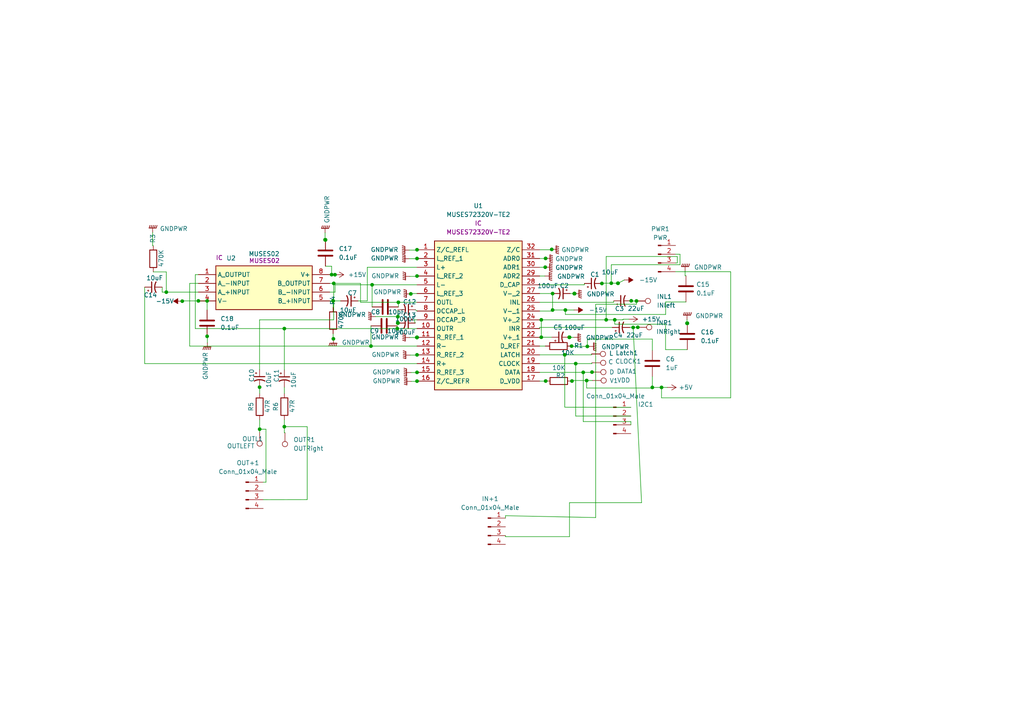
<source format=kicad_sch>
(kicad_sch (version 20211123) (generator eeschema)
  (paper "A4")
  (lib_symbols
    (symbol "Connector:Conn_01x04_Male" (pin_names (offset 1.016) hide)
      (property "Reference" "J" (at 0 5.08 0))
      (property "Value" "Conn_01x04_Male" (at 0 -7.62 0))
      (symbol "Conn_01x04_Male_1_1"
        (polyline (pts (xy 1.27 -5.08) (xy 0.8636 -5.08)) (stroke (width 0.1524)))
        (polyline (pts (xy 1.27 -2.54) (xy 0.8636 -2.54)) (stroke (width 0.1524)))
        (polyline (pts (xy 1.27 0) (xy 0.8636 0)) (stroke (width 0.1524)))
        (polyline (pts (xy 1.27 2.54) (xy 0.8636 2.54)) (stroke (width 0.1524)))
        (rectangle (start 0.8636 -4.953) (end 0 -5.207) (stroke (width 0.1524)) (fill (type outline)))
        (rectangle (start 0.8636 -2.413) (end 0 -2.667) (stroke (width 0.1524)) (fill (type outline)))
        (rectangle (start 0.8636 0.127) (end 0 -0.127) (stroke (width 0.1524)) (fill (type outline)))
        (rectangle (start 0.8636 2.667) (end 0 2.413) (stroke (width 0.1524)) (fill (type outline)))
        (pin passive line (at 5.08 2.54 180) (length 3.81) (name "Pin_1") (number "1"))
        (pin passive line (at 5.08 0 180) (length 3.81) (name "Pin_2") (number "2"))
        (pin passive line (at 5.08 -2.54 180) (length 3.81) (name "Pin_3") (number "3"))
        (pin passive line (at 5.08 -5.08 180) (length 3.81) (name "Pin_4") (number "4"))
      )
    )
    (symbol "Connector:TestPoint" (pin_numbers hide) (pin_names (offset 0.762) hide)
      (property "Reference" "TP" (at 0 6.858 0))
      (property "Value" "TestPoint" (at 0 5.08 0))
      (symbol "TestPoint_0_1"
        (circle (center 0 3.302) (radius 0.762))
      )
      (symbol "TestPoint_1_1"
        (pin passive line (at 0 0 90) (length 2.54) (name "1") (number "1"))
      )
    )
    (symbol "Device:C" (pin_numbers hide) (pin_names (offset 0.254))
      (property "Reference" "C" (at 0.635 2.54 0))
      (property "Value" "C" (at 0.635 -2.54 0))
      (symbol "C_0_1"
        (polyline (pts (xy -2.032 -0.762) (xy 2.032 -0.762)) (stroke (width 0.508)))
        (polyline (pts (xy -2.032 0.762) (xy 2.032 0.762)) (stroke (width 0.508)))
      )
      (symbol "C_1_1"
        (pin passive line (at 0 3.81 270) (length 2.794) (name "~") (number "1"))
        (pin passive line (at 0 -3.81 90) (length 2.794) (name "~") (number "2"))
      )
    )
    (symbol "Device:C_Polarized_Small_US" (pin_numbers hide) (pin_names (offset 0.254) hide)
      (property "Reference" "C" (at 0.254 1.778 0))
      (property "Value" "C_Polarized_Small_US" (at 0.254 -2.032 0))
      (symbol "C_Polarized_Small_US_0_1"
        (polyline (pts (xy -1.524 0.508) (xy 1.524 0.508)) (stroke (width 0.3048)))
        (polyline (pts (xy -1.27 1.524) (xy -0.762 1.524)))
        (polyline (pts (xy -1.016 1.27) (xy -1.016 1.778)))
        (arc (start 1.524 -0.762) (mid 0 -0.3734) (end -1.524 -0.762) (stroke (width 0.3048)))
      )
      (symbol "C_Polarized_Small_US_1_1"
        (pin passive line (at 0 2.54 270) (length 2.032) (name "~") (number "1"))
        (pin passive line (at 0 -2.54 90) (length 2.032) (name "~") (number "2"))
      )
    )
    (symbol "Device:R" (pin_numbers hide) (pin_names (offset 0))
      (property "Reference" "R" (at 2.032 0 90))
      (property "Value" "R" (at 0 0 90))
      (symbol "R_0_1"
        (rectangle (start -1.016 -2.54) (end 1.016 2.54) (stroke (width 0.254)))
      )
      (symbol "R_1_1"
        (pin passive line (at 0 3.81 270) (length 1.27) (name "~") (number "1"))
        (pin passive line (at 0 -3.81 90) (length 1.27) (name "~") (number "2"))
      )
    )
    (symbol "LIB_MUSES02:MUSES02"
      (property "Value" "MUSES02" (at 0 0 0))
      (property "Reference_1" "IC" (at 34.29 7.62 0))
      (property "Value_1" "MUSES02" (at 34.29 5.08 0))
      (symbol "MUSES02_1_1"
        (rectangle (start 5.08 2.54) (end 33.02 -10.16) (stroke (width 0.254)) (fill (type background)))
        (pin passive line (at 0 0 0) (length 5.08) (name "A_OUTPUT") (number "1"))
        (pin passive line (at 0 -2.54 0) (length 5.08) (name "A_-INPUT") (number "2"))
        (pin passive line (at 0 -5.08 0) (length 5.08) (name "A_+INPUT") (number "3"))
        (pin passive line (at 0 -7.62 0) (length 5.08) (name "V-") (number "4"))
        (pin passive line (at 38.1 -7.62 180) (length 5.08) (name "B_+INPUT") (number "5"))
        (pin passive line (at 38.1 -5.08 180) (length 5.08) (name "B_-INPUT") (number "6"))
        (pin passive line (at 38.1 -2.54 180) (length 5.08) (name "B_OUTPUT") (number "7"))
        (pin passive line (at 38.1 0 180) (length 5.08) (name "V+") (number "8"))
      )
    )
    (symbol "MUSES72320V-TE2:MUSES72320V-TE2"
      (property "Value" "MUSES72320V-TE2" (at 0 0 0))
      (property "Reference_1" "IC" (at 31.75 7.62 0))
      (property "Value_1" "MUSES72320V-TE2" (at 31.75 5.08 0))
      (symbol "MUSES72320V-TE2_1_1"
        (rectangle (start 5.08 2.54) (end 30.48 -40.64) (stroke (width 0.254)) (fill (type background)))
        (pin passive line (at 0 0 0) (length 5.08) (name "Z/C_REFL") (number "1"))
        (pin passive line (at 0 -22.86 0) (length 5.08) (name "OUTR") (number "10"))
        (pin passive line (at 0 -25.4 0) (length 5.08) (name "R_REF_1") (number "11"))
        (pin passive line (at 0 -27.94 0) (length 5.08) (name "R-") (number "12"))
        (pin passive line (at 0 -30.48 0) (length 5.08) (name "R_REF_2") (number "13"))
        (pin passive line (at 0 -33.02 0) (length 5.08) (name "R+") (number "14"))
        (pin passive line (at 0 -35.56 0) (length 5.08) (name "R_REF_3") (number "15"))
        (pin passive line (at 0 -38.1 0) (length 5.08) (name "Z/C_REFR") (number "16"))
        (pin passive line (at 35.56 -38.1 180) (length 5.08) (name "D_VDD") (number "17"))
        (pin passive line (at 35.56 -35.56 180) (length 5.08) (name "DATA") (number "18"))
        (pin passive line (at 35.56 -33.02 180) (length 5.08) (name "CLOCK") (number "19"))
        (pin passive line (at 0 -2.54 0) (length 5.08) (name "L_REF_1") (number "2"))
        (pin passive line (at 35.56 -30.48 180) (length 5.08) (name "LATCH") (number "20"))
        (pin passive line (at 35.56 -27.94 180) (length 5.08) (name "D_REF") (number "21"))
        (pin passive line (at 35.56 -25.4 180) (length 5.08) (name "V+_1") (number "22"))
        (pin passive line (at 35.56 -22.86 180) (length 5.08) (name "INR") (number "23"))
        (pin passive line (at 35.56 -20.32 180) (length 5.08) (name "V+_2") (number "24"))
        (pin passive line (at 35.56 -17.78 180) (length 5.08) (name "V-_1") (number "25"))
        (pin passive line (at 35.56 -15.24 180) (length 5.08) (name "INL") (number "26"))
        (pin passive line (at 35.56 -12.7 180) (length 5.08) (name "V-_2") (number "27"))
        (pin passive line (at 35.56 -10.16 180) (length 5.08) (name "D_CAP") (number "28"))
        (pin passive line (at 35.56 -7.62 180) (length 5.08) (name "ADR2") (number "29"))
        (pin passive line (at 0 -5.08 0) (length 5.08) (name "L+") (number "3"))
        (pin passive line (at 35.56 -5.08 180) (length 5.08) (name "ADR1") (number "30"))
        (pin passive line (at 35.56 -2.54 180) (length 5.08) (name "ADR0") (number "31"))
        (pin passive line (at 35.56 0 180) (length 5.08) (name "Z/C") (number "32"))
        (pin passive line (at 0 -7.62 0) (length 5.08) (name "L_REF_2") (number "4"))
        (pin passive line (at 0 -10.16 0) (length 5.08) (name "L-") (number "5"))
        (pin passive line (at 0 -12.7 0) (length 5.08) (name "L_REF_3") (number "6"))
        (pin passive line (at 0 -15.24 0) (length 5.08) (name "OUTL") (number "7"))
        (pin passive line (at 0 -17.78 0) (length 5.08) (name "DCCAP_L") (number "8"))
        (pin passive line (at 0 -20.32 0) (length 5.08) (name "DCCAP_R") (number "9"))
      )
    )
    (symbol "power:+15V" (power) (pin_names (offset 0))
      (property "Value" "+15V" (at 0 3.556 0))
      (symbol "+15V_0_1"
        (polyline (pts (xy -0.762 1.27) (xy 0 2.54)))
        (polyline (pts (xy 0 0) (xy 0 2.54)))
        (polyline (pts (xy 0 2.54) (xy 0.762 1.27)))
      )
      (symbol "+15V_1_1"
        (pin power_in line (at 0 0 90) (length 0) hide (name "+15V") (number "1"))
      )
    )
    (symbol "power:+5V" (power) (pin_names (offset 0))
      (property "Value" "+5V" (at 0 3.556 0))
      (symbol "+5V_0_1"
        (polyline (pts (xy -0.762 1.27) (xy 0 2.54)))
        (polyline (pts (xy 0 0) (xy 0 2.54)))
        (polyline (pts (xy 0 2.54) (xy 0.762 1.27)))
      )
      (symbol "+5V_1_1"
        (pin power_in line (at 0 0 90) (length 0) hide (name "+5V") (number "1"))
      )
    )
    (symbol "power:-15V" (power) (pin_names (offset 0))
      (property "Value" "-15V" (at 0 3.81 0))
      (symbol "-15V_0_0"
        (pin power_in line (at 0 0 90) (length 0) hide (name "-15V") (number "1"))
      )
      (symbol "-15V_0_1"
        (polyline (pts (xy 0 0) (xy 0 1.27) (xy 0.762 1.27) (xy 0 2.54) (xy -0.762 1.27) (xy 0 1.27)) (fill (type outline)))
      )
    )
    (symbol "power:GNDPWR" (power) (pin_names (offset 0))
      (property "Value" "GNDPWR" (at 0 -3.302 0))
      (symbol "GNDPWR_0_1"
        (polyline (pts (xy 0 -1.27) (xy 0 0)))
        (polyline (pts (xy -1.016 -1.27) (xy -1.27 -2.032) (xy -1.27 -2.032)) (stroke (width 0.2032)))
        (polyline (pts (xy -0.508 -1.27) (xy -0.762 -2.032) (xy -0.762 -2.032)) (stroke (width 0.2032)))
        (polyline (pts (xy 0 -1.27) (xy -0.254 -2.032) (xy -0.254 -2.032)) (stroke (width 0.2032)))
        (polyline (pts (xy 0.508 -1.27) (xy 0.254 -2.032) (xy 0.254 -2.032)) (stroke (width 0.2032)))
        (polyline (pts (xy 1.016 -1.27) (xy -1.016 -1.27) (xy -1.016 -1.27)) (stroke (width 0.2032)))
        (polyline (pts (xy 1.016 -1.27) (xy 0.762 -2.032) (xy 0.762 -2.032) (xy 0.762 -2.032)) (stroke (width 0.2032)))
      )
      (symbol "GNDPWR_1_1"
        (pin power_in line (at 0 0 270) (length 0) hide (name "GNDPWR") (number "1"))
      )
    )
  )
  (junction (at 183.0832 87.249))
  (junction (at 191.8716 112.3696))
  (junction (at 166.5986 85.1662))
  (junction (at 158.1404 77.4954))
  (junction (at 179.2224 82.1436))
  (junction (at 171.704 107.9246))
  (junction (at 163.8046 102.9208))
  (junction (at 120.9294 97.8916))
  (junction (at 120.9294 97.8408))
  (junction (at 179.2478 82.169))
  (junction (at 175.8188 92.7608))
  (junction (at 60.071 97.536))
  (junction (at 189.2046 112.3696))
  (junction (at 48.2346 84.7344))
  (junction (at 177.292 82.1436))
  (junction (at 97.155 79.6798))
  (junction (at 94.2848 69.5452))
  (junction (at 120.9548 74.9808))
  (junction (at 156.9974 97.8154))
  (junction (at 169.164 108.0008))
  (junction (at 160.274 89.916))
  (junction (at 115.3668 93.7006))
  (junction (at 199.3392 93.7514))
  (junction (at 115.2144 95.3008))
  (junction (at 119.1514 85.2424))
  (junction (at 57.531 87.2744))
  (junction (at 52.8574 87.3506))
  (junction (at 165.7858 100.3808))
  (junction (at 178.308 92.7608))
  (junction (at 60.071 87.2744))
  (junction (at 170.1546 110.363))
  (junction (at 115.5446 87.6808))
  (junction (at 96.6216 87.2744))
  (junction (at 166.5986 85.1408))
  (junction (at 94.3864 69.5452))
  (junction (at 184.9882 94.9198))
  (junction (at 120.9548 108.0008))
  (junction (at 120.9548 102.9208))
  (junction (at 96.7994 82.1944))
  (junction (at 163.9824 89.916))
  (junction (at 107.9246 82.6008))
  (junction (at 199.263 93.7514))
  (junction (at 165.1508 97.8154))
  (junction (at 115.4176 93.6752))
  (junction (at 170.3578 100.4824))
  (junction (at 115.4176 91.821))
  (junction (at 160.274 85.1408))
  (junction (at 107.5944 100.3808))
  (junction (at 96.1898 79.6544))
  (junction (at 174.5742 82.2198))
  (junction (at 82.4738 95.3008))
  (junction (at 96.6978 98.2726))
  (junction (at 166.624 85.1662))
  (junction (at 120.9548 72.4408))
  (junction (at 75.311 124.4854))
  (junction (at 158.242 74.9554))
  (junction (at 75.2856 112.2934))
  (junction (at 120.9548 97.8408))
  (junction (at 82.4738 123.7488))
  (junction (at 183.642 94.9706))
  (junction (at 165.1254 97.8154))
  (junction (at 158.2674 110.5154))
  (junction (at 165.1508 97.8408))
  (junction (at 120.9548 110.5408))
  (junction (at 184.6072 87.2998))
  (junction (at 115.3668 93.6752))
  (junction (at 160.02 72.3392))
  (junction (at 156.9974 92.7608))
  (junction (at 94.3864 69.596))
  (junction (at 120.9548 80.0608))
  (junction (at 165.8874 110.5154))
  (junction (at 199.3392 93.7768))
  (junction (at 166.9796 105.4608))
  (wire (pts (xy 120.9548 85.1408) (xy 119.1514 85.1408)))
  (wire (pts (xy 118.745 75.0316) (xy 120.9548 75.0316)))
  (wire (pts (xy 182.9816 122.2756) (xy 169.164 122.2756)))
  (wire (pts (xy 178.308 94.0308) (xy 178.308 92.7608)))
  (wire (pts (xy 94.3864 77.216) (xy 96.1898 77.216)))
  (wire (pts (xy 156.5148 110.5408) (xy 158.2674 110.5408)))
  (wire (pts (xy 56.642 95.3008) (xy 56.642 79.6544)))
  (wire (pts (xy 170.8912 100.4824) (xy 170.3578 100.4824)))
  (wire (pts (xy 120.9548 108.0516) (xy 120.9548 108.0008)))
  (wire (pts (xy 97.155 79.6544) (xy 97.155 79.6798)))
  (wire (pts (xy 120.9548 82.6008) (xy 107.9246 82.6008)))
  (wire (pts (xy 97.1804 84.7344) (xy 95.631 84.7344)))
  (wire (pts (xy 75.311 112.2934) (xy 75.2856 112.2934)))
  (wire (pts (xy 193.04 101.3968) (xy 193.04 94.0308)))
  (wire (pts (xy 156.5148 94.9706) (xy 156.5148 95.3008)))
  (wire (pts (xy 82.4738 121.7422) (xy 82.4738 123.7488)))
  (wire (pts (xy 96.6216 87.2744) (xy 98.7806 87.2744)))
  (wire (pts (xy 156.9974 97.8154) (xy 160.0454 97.8154)))
  (wire (pts (xy 96.6216 96.7994) (xy 96.6216 98.2726)))
  (wire (pts (xy 156.9974 92.7608) (xy 175.8188 92.7608)))
  (wire (pts (xy 180.6956 92.583) (xy 180.6956 92.7608)))
  (wire (pts (xy 146.6088 149.5806) (xy 172.7708 150.114)))
  (wire (pts (xy 156.5148 102.9208) (xy 163.8046 102.9208)))
  (wire (pts (xy 182.3974 92.583) (xy 180.6956 92.583)))
  (wire (pts (xy 115.2144 95.3008) (xy 82.4738 95.3008)))
  (wire (pts (xy 119.2022 108.0516) (xy 120.9548 108.0516)))
  (wire (pts (xy 44.2722 71.247) (xy 44.45 71.247)))
  (wire (pts (xy 76.3524 139.8524) (xy 77.1398 139.8524)))
  (wire (pts (xy 156.5148 100.3808) (xy 158.1658 100.3808)))
  (wire (pts (xy 171.577 102.9208) (xy 171.577 102.6668)))
  (wire (pts (xy 166.5986 85.1408) (xy 166.5986 85.1662)))
  (wire (pts (xy 96.6216 87.2744) (xy 96.6216 89.1794)))
  (wire (pts (xy 115.4176 91.821) (xy 115.4176 93.6752)))
  (wire (pts (xy 189.2046 112.3696) (xy 189.2046 112.5474)))
  (wire (pts (xy 89.1032 123.7488) (xy 89.1032 144.907)))
  (wire (pts (xy 175.8188 74.3966) (xy 175.8188 92.7608)))
  (wire (pts (xy 171.6532 105.4608) (xy 171.6532 105.2322)))
  (wire (pts (xy 160.02 72.4408) (xy 160.02 72.3392)))
  (wire (pts (xy 211.9376 115.3922) (xy 211.9376 78.8162)))
  (wire (pts (xy 97.1804 82.6008) (xy 97.1804 84.7344)))
  (wire (pts (xy 195.961 76.2762) (xy 196.4436 76.2762)))
  (wire (pts (xy 193.0654 87.5792) (xy 193.0654 91.2114)))
  (wire (pts (xy 82.4738 125.5014) (xy 82.6516 125.5014)))
  (wire (pts (xy 119.2784 110.617) (xy 120.9548 110.617)))
  (wire (pts (xy 47.0408 84.7344) (xy 47.0408 83.2866)))
  (wire (pts (xy 146.6088 155.6512) (xy 165.1762 155.6512)))
  (wire (pts (xy 179.2478 82.169) (xy 179.2224 82.1436)))
  (wire (pts (xy 179.2224 82.1436) (xy 177.292 82.1436)))
  (wire (pts (xy 48.2346 78.867) (xy 48.2346 84.7344)))
  (wire (pts (xy 118.8212 97.8916) (xy 120.9294 97.8916)))
  (wire (pts (xy 120.9548 95.3008) (xy 115.2144 95.3008)))
  (wire (pts (xy 170.3578 98.3488) (xy 170.3578 100.4824)))
  (wire (pts (xy 96.7994 92.7608) (xy 96.7994 82.1944)))
  (wire (pts (xy 186.0804 145.796) (xy 183.642 94.9706)))
  (wire (pts (xy 118.6942 72.5424) (xy 120.9548 72.5424)))
  (wire (pts (xy 156.5148 72.4408) (xy 160.02 72.4408)))
  (wire (pts (xy 177.292 82.1436) (xy 174.5742 82.1436)))
  (wire (pts (xy 120.9548 80.1624) (xy 120.9548 80.0608)))
  (wire (pts (xy 118.8974 80.1624) (xy 120.9548 80.1624)))
  (wire (pts (xy 108.8898 91.821) (xy 115.4176 91.821)))
  (wire (pts (xy 175.8188 92.7608) (xy 178.308 92.7608)))
  (wire (pts (xy 156.5148 82.6008) (xy 169.4942 82.6008)))
  (wire (pts (xy 60.1472 97.536) (xy 60.071 97.536)))
  (wire (pts (xy 156.5148 108.0008) (xy 169.164 108.0008)))
  (wire (pts (xy 198.7042 78.5876) (xy 198.7042 79.9592)))
  (wire (pts (xy 96.1898 79.6544) (xy 97.155 79.6544)))
  (wire (pts (xy 191.8716 112.3696) (xy 191.8716 115.3922)))
  (wire (pts (xy 191.8716 112.3696) (xy 193.548 112.3696)))
  (wire (pts (xy 189.2046 98.3488) (xy 170.3578 98.3488)))
  (wire (pts (xy 178.308 92.7608) (xy 180.6956 92.7608)))
  (wire (pts (xy 77.1398 139.8524) (xy 77.1398 124.4854)))
  (wire (pts (xy 183.0832 87.2998) (xy 183.0832 87.249)))
  (wire (pts (xy 160.274 85.1408) (xy 160.274 89.916)))
  (wire (pts (xy 60.071 89.916) (xy 60.071 87.2744)))
  (wire (pts (xy 104.5718 87.6808) (xy 115.5446 87.6808)))
  (wire (pts (xy 158.242 74.9808) (xy 158.242 74.9554)))
  (wire (pts (xy 158.1404 77.5208) (xy 158.1404 77.4954)))
  (wire (pts (xy 199.3392 93.7514) (xy 199.3392 93.7768)))
  (wire (pts (xy 96.6216 98.2726) (xy 96.6978 98.2726)))
  (wire (pts (xy 172.7708 150.114) (xy 172.7708 88.2396)))
  (wire (pts (xy 169.164 108.0008) (xy 171.704 108.0008)))
  (wire (pts (xy 44.2722 67.4116) (xy 44.2722 71.247)))
  (wire (pts (xy 182.9816 123.2154) (xy 182.9816 122.2756)))
  (wire (pts (xy 82.4738 95.3008) (xy 82.4738 107.2642)))
  (wire (pts (xy 106.5276 77.5208) (xy 106.5276 87.2744)))
  (wire (pts (xy 156.5148 77.5208) (xy 158.1404 77.5208)))
  (wire (pts (xy 170.1546 110.363) (xy 171.7802 110.363)))
  (wire (pts (xy 158.2674 110.5408) (xy 158.2674 110.5154)))
  (wire (pts (xy 196.4436 76.2762) (xy 196.4436 74.3966)))
  (wire (pts (xy 120.9548 75.0316) (xy 120.9548 74.9808)))
  (wire (pts (xy 107.9246 82.6008) (xy 97.1804 82.6008)))
  (wire (pts (xy 189.2046 112.3696) (xy 191.8716 112.3696)))
  (wire (pts (xy 199.263 93.7514) (xy 199.3392 93.7514)))
  (wire (pts (xy 55.0164 82.1944) (xy 57.531 82.1944)))
  (wire (pts (xy 120.9548 72.5424) (xy 120.9548 72.4408)))
  (wire (pts (xy 75.2856 107.2134) (xy 75.2856 92.7608)))
  (wire (pts (xy 197.231 73.7362) (xy 197.231 76.7842)))
  (wire (pts (xy 191.8716 115.3922) (xy 211.9376 115.3922)))
  (wire (pts (xy 211.9376 78.8162) (xy 195.961 78.8162)))
  (wire (pts (xy 169.4942 82.6008) (xy 169.4942 82.2198)))
  (wire (pts (xy 189.2046 109.22) (xy 189.2046 112.3696)))
  (wire (pts (xy 119.1514 85.1408) (xy 119.1514 85.2424)))
  (wire (pts (xy 166.5986 85.1662) (xy 166.624 85.1662)))
  (wire (pts (xy 163.8046 102.9208) (xy 163.8046 118.11)))
  (wire (pts (xy 120.9548 100.3808) (xy 107.5944 100.3808)))
  (wire (pts (xy 198.7042 79.9592) (xy 198.9582 79.9592)))
  (wire (pts (xy 60.1472 99.3648) (xy 60.1472 97.536)))
  (wire (pts (xy 106.5276 87.2744) (xy 103.8606 87.2744)))
  (wire (pts (xy 170.1546 112.5474) (xy 170.1546 110.363)))
  (wire (pts (xy 165.7858 100.4824) (xy 165.7858 100.3808)))
  (wire (pts (xy 156.5148 87.6808) (xy 178.0032 87.6808)))
  (wire (pts (xy 189.2046 101.6) (xy 189.2046 98.3488)))
  (wire (pts (xy 146.6088 150.2664) (xy 146.6088 149.5806)))
  (wire (pts (xy 82.4738 123.7488) (xy 82.4738 125.5014)))
  (wire (pts (xy 160.274 90.2208) (xy 156.5148 90.2208)))
  (wire (pts (xy 171.704 108.0008) (xy 171.704 107.9246)))
  (wire (pts (xy 177.5714 94.9706) (xy 156.5148 94.9706)))
  (wire (pts (xy 199.3392 101.3968) (xy 193.04 101.3968)))
  (wire (pts (xy 76.3524 144.9324) (xy 89.1032 144.907)))
  (wire (pts (xy 179.2478 82.1436) (xy 179.2224 82.1436)))
  (wire (pts (xy 120.4468 93.7006) (xy 120.1166 92.7608)))
  (wire (pts (xy 95.631 82.1944) (xy 96.7994 82.1944)))
  (wire (pts (xy 156.5148 97.8408) (xy 156.9974 97.8408)))
  (wire (pts (xy 94.2848 69.5452) (xy 94.3864 69.5452)))
  (wire (pts (xy 115.5446 87.6808) (xy 115.5446 89.027)))
  (wire (pts (xy 115.3668 93.6752) (xy 115.3668 93.7006)))
  (wire (pts (xy 199.263 92.6846) (xy 199.263 93.7514)))
  (wire (pts (xy 75.311 114.1476) (xy 75.311 112.2934)))
  (wire (pts (xy 104.5718 82.1944) (xy 104.5718 87.6808)))
  (wire (pts (xy 163.9824 89.916) (xy 166.497 89.916)))
  (wire (pts (xy 169.164 122.2756) (xy 169.164 108.0008)))
  (wire (pts (xy 107.5944 94.5134) (xy 107.5944 100.3808)))
  (wire (pts (xy 57.531 84.7344) (xy 48.2346 84.7344)))
  (wire (pts (xy 95.631 79.6544) (xy 96.1898 79.6544)))
  (wire (pts (xy 178.0032 87.6808) (xy 178.0032 87.249)))
  (wire (pts (xy 107.9246 82.6008) (xy 107.9246 89.027)))
  (wire (pts (xy 120.9548 102.997) (xy 120.9548 102.9208)))
  (wire (pts (xy 94.3864 69.5452) (xy 94.3864 69.596)))
  (wire (pts (xy 156.5148 85.1408) (xy 160.274 85.1408)))
  (wire (pts (xy 95.631 87.2744) (xy 96.6216 87.2744)))
  (wire (pts (xy 41.9608 83.2866) (xy 41.9608 105.4608)))
  (wire (pts (xy 120.1166 92.7608) (xy 120.9548 92.7608)))
  (wire (pts (xy 75.311 121.7676) (xy 75.311 124.4854)))
  (wire (pts (xy 75.2856 92.7608) (xy 96.7994 92.7608)))
  (wire (pts (xy 165.1762 145.796) (xy 186.0804 145.796)))
  (wire (pts (xy 183.642 94.9706) (xy 184.9882 94.9706)))
  (wire (pts (xy 184.6072 87.2998) (xy 184.6072 88.2396)))
  (wire (pts (xy 120.9548 77.5208) (xy 106.5276 77.5208)))
  (wire (pts (xy 184.6072 87.2998) (xy 183.0832 87.2998)))
  (wire (pts (xy 184.9882 94.9706) (xy 184.9882 94.9198)))
  (wire (pts (xy 120.4976 89.8398) (xy 120.9548 90.2208)))
  (wire (pts (xy 170.3578 100.4824) (xy 165.7858 100.4824)))
  (wire (pts (xy 60.071 87.2744) (xy 60.0964 87.2744)))
  (wire (pts (xy 120.9548 110.617) (xy 120.9548 110.5408)))
  (wire (pts (xy 96.1898 77.216) (xy 96.1898 79.6544)))
  (wire (pts (xy 166.9796 105.4608) (xy 171.6532 105.4608)))
  (wire (pts (xy 107.5944 100.3808) (xy 55.0164 100.3808)))
  (wire (pts (xy 57.531 87.2744) (xy 60.071 87.2744)))
  (wire (pts (xy 182.9816 118.1354) (xy 163.8046 118.11)))
  (wire (pts (xy 118.9736 102.997) (xy 120.9548 102.997)))
  (wire (pts (xy 166.9796 120.6754) (xy 166.9796 105.4608)))
  (wire (pts (xy 195.961 73.7362) (xy 197.231 73.7362)))
  (wire (pts (xy 56.642 79.6544) (xy 57.531 79.6544)))
  (wire (pts (xy 89.1032 123.7488) (xy 82.4738 123.7488)))
  (wire (pts (xy 193.0654 91.2114) (xy 163.9824 91.2114)))
  (wire (pts (xy 52.8574 87.2744) (xy 52.8574 87.3506)))
  (wire (pts (xy 174.5742 82.1436) (xy 174.5742 82.2198)))
  (wire (pts (xy 156.9974 97.8408) (xy 156.9974 97.8154)))
  (wire (pts (xy 156.5148 105.4608) (xy 166.9796 105.4608)))
  (wire (pts (xy 48.2346 84.7344) (xy 47.0408 84.7344)))
  (wire (pts (xy 55.0164 100.3808) (xy 55.0164 82.1944)))
  (wire (pts (xy 165.8874 110.363) (xy 170.1546 110.363)))
  (wire (pts (xy 160.274 89.916) (xy 160.274 90.2208)))
  (wire (pts (xy 193.04 94.0308) (xy 178.308 94.0308)))
  (wire (pts (xy 177.292 76.7842) (xy 177.292 82.1436)))
  (wire (pts (xy 184.6072 88.2396) (xy 172.7708 88.2396)))
  (wire (pts (xy 182.6514 94.9706) (xy 183.642 94.9706)))
  (wire (pts (xy 156.9974 97.8154) (xy 156.9974 92.7608)))
  (wire (pts (xy 160.274 89.916) (xy 163.9824 89.916)))
  (wire (pts (xy 163.8046 102.9208) (xy 171.577 102.9208)))
  (wire (pts (xy 94.2848 67.5132) (xy 94.2848 69.5452)))
  (wire (pts (xy 189.2046 112.5474) (xy 170.1546 112.5474)))
  (wire (pts (xy 115.5446 87.6808) (xy 120.9548 87.6808)))
  (wire (pts (xy 115.2144 94.5134) (xy 115.2144 95.3008)))
  (wire (pts (xy 165.1762 155.6512) (xy 165.1762 145.796)))
  (wire (pts (xy 156.5148 92.7608) (xy 156.9974 92.7608)))
  (wire (pts (xy 156.5148 74.9808) (xy 158.242 74.9808)))
  (wire (pts (xy 175.8188 74.3966) (xy 196.4436 74.3966)))
  (wire (pts (xy 182.9816 120.6754) (xy 166.9796 120.6754)))
  (wire (pts (xy 56.642 95.3008) (xy 82.4738 95.3008)))
  (wire (pts (xy 166.3954 97.8408) (xy 165.1508 97.8408)))
  (wire (pts (xy 165.354 85.1408) (xy 166.5986 85.1408)))
  (wire (pts (xy 165.1508 97.8154) (xy 165.1254 97.8154)))
  (wire (pts (xy 165.1508 97.8408) (xy 165.1508 97.8154)))
  (wire (pts (xy 41.9608 105.4608) (xy 120.9548 105.4608)))
  (wire (pts (xy 77.1398 124.4854) (xy 75.311 124.4854)))
  (wire (pts (xy 165.8874 110.5154) (xy 165.8874 110.363)))
  (wire (pts (xy 82.4738 112.3442) (xy 82.4738 114.1222)))
  (wire (pts (xy 156.5148 80.0608) (xy 158.0388 80.0608)))
  (wire (pts (xy 96.7994 82.1944) (xy 104.5718 82.1944)))
  (wire (pts (xy 198.9582 87.5792) (xy 193.0654 87.5792)))
  (wire (pts (xy 120.9294 97.8916) (xy 120.9294 97.8408)))
  (wire (pts (xy 115.4176 93.6752) (xy 115.3668 93.6752)))
  (wire (pts (xy 184.6326 87.2998) (xy 184.6072 87.2998)))
  (wire (pts (xy 177.292 76.7842) (xy 197.231 76.7842)))
  (wire (pts (xy 146.6088 155.3464) (xy 146.6088 155.6512)))
  (wire (pts (xy 52.8574 87.2744) (xy 57.531 87.2744)))
  (wire (pts (xy 120.9294 97.8408) (xy 120.9548 97.8408)))
  (wire (pts (xy 181.0766 81.2038) (xy 179.2478 82.169)))
  (wire (pts (xy 115.4176 89.8398) (xy 115.4176 91.821)))
  (wire (pts (xy 75.311 124.4854) (xy 75.311 125.349)))
  (wire (pts (xy 44.45 78.867) (xy 48.2346 78.867)))
  (wire (pts (xy 163.9824 91.2114) (xy 163.9824 89.916)))
  (symbol (lib_id "Connector:TestPoint") (at 171.704 107.9246 270) (unit 1)
    (property "Reference" "DATA1" (at 178.8414 107.7214 90) (effects (justify left)))
    (property "Value" "D" (at 176.7078 107.9246 90) (effects (justify left)))
  )
  (symbol (lib_id "Device:C_Polarized_Small_US") (at 162.814 85.1408 270) (unit 1)
    (property "Reference" "C2" (at 163.6776 82.8548 90))
    (property "Value" "100uF" (at 158.877 82.9056 90))
    (property "Footprint" "Capacitor_SMD:CP_Elec_5x5.3" (effects hide))
  )
  (symbol (lib_id "Connector:Conn_01x04_Male") (at 190.881 73.7362 0) (unit 1)
    (property "Reference" "PWR1" (at 191.516 66.3956 0))
    (property "Value" "PWR" (at 191.516 68.9356 0))
    (property "Footprint" "Connector_PinHeader_1.27mm:PinHeader_1x04_P1.27mm_Vertical" (effects hide))
  )
  (symbol (lib_id "Device:C_Polarized_Small_US") (at 180.5432 87.249 90) (unit 1)
    (property "Reference" "C3" (at 179.6796 89.535 90))
    (property "Value" "22uF" (at 184.4802 89.4842 90))
    (property "Footprint" "Capacitor_SMD:CP_Elec_4x5.3" (effects hide))
  )
  (symbol (lib_id "Device:R") (at 44.45 75.057 180) (unit 1)
    (property "Reference" "R3" (at 44.323 69.1896 90))
    (property "Value" "470K" (at 46.736 74.93 90))
    (property "Footprint" "Capacitor_SMD:C_0603_1608Metric" (effects hide))
  )
  (symbol (lib_id "power:-15V") (at 181.0766 81.2038 270) (unit 1)
    (property "Reference" "#PWR0116" (effects hide))
    (property "Value" "-15V" (at 185.3438 81.2037 90) (effects (justify left)))
  )
  (symbol (lib_id "power:-15V") (at 52.8574 87.3506 90) (unit 1)
    (property "Reference" "#PWR0121" (effects hide))
    (property "Value" "-15V" (at 45.1612 87.3506 90) (effects (justify right)))
  )
  (symbol (lib_id "Connector:Conn_01x04_Male") (at 141.5288 152.8064 0) (unit 1)
    (property "Reference" "IN+1" (at 142.1638 144.6784 0))
    (property "Value" "Conn_01x04_Male" (at 142.1638 147.2184 0))
    (property "Footprint" "Connector_PinHeader_1.27mm:PinHeader_1x04_P1.27mm_Vertical" (effects hide))
  )
  (symbol (lib_id "power:GNDPWR") (at 94.2848 67.5132 180) (unit 1)
    (property "Reference" "#PWR0127" (effects hide))
    (property "Value" "GNDPWR" (at 94.8436 64.77 90) (effects (justify right)))
  )
  (symbol (lib_id "power:GNDPWR") (at 158.1404 77.4954 90) (unit 1)
    (property "Reference" "#PWR0111" (effects hide))
    (property "Value" "GNDPWR" (at 161.036 77.6223 90) (effects (justify right)))
  )
  (symbol (lib_id "Device:C") (at 111.4044 94.5134 90) (unit 1)
    (property "Reference" "C9" (at 108.585 95.9866 90))
    (property "Value" "10pF" (at 114.7064 95.9866 90))
    (property "Footprint" "Capacitor_SMD:C_0603_1608Metric" (effects hide))
  )
  (symbol (lib_id "power:GNDPWR") (at 44.2722 67.4116 180) (unit 1)
    (property "Reference" "#PWR0120" (effects hide))
    (property "Value" "GNDPWR" (at 46.355 66.3447 0) (effects (justify right)))
  )
  (symbol (lib_id "power:GNDPWR") (at 118.8974 80.1624 270) (unit 1)
    (property "Reference" "#PWR0101" (effects hide))
    (property "Value" "GNDPWR" (at 115.7732 80.0353 90) (effects (justify right)))
  )
  (symbol (lib_id "power:+15V") (at 97.155 79.6798 270) (unit 1)
    (property "Reference" "#PWR0123" (effects hide))
    (property "Value" "+15V" (at 100.9396 79.6797 90) (effects (justify left)))
  )
  (symbol (lib_id "Connector:TestPoint") (at 75.311 125.349 180) (unit 1)
    (property "Reference" "OUTL1" (at 70.231 127.3048 0) (effects (justify right)))
    (property "Value" "OUTLEFT" (at 65.8114 129.3622 0) (effects (justify right)))
  )
  (symbol (lib_id "Device:C_Polarized_Small_US") (at 101.3206 87.2744 270) (unit 1)
    (property "Reference" "C7" (at 102.1842 84.9884 90))
    (property "Value" "10uF" (at 100.965 89.9414 90))
    (property "Footprint" "Capacitor_SMD:C_0603_1608Metric" (effects hide))
  )
  (symbol (lib_id "Device:C_Polarized_Small_US") (at 117.9068 93.7006 270) (unit 1)
    (property "Reference" "C13" (at 118.7704 91.4146 90))
    (property "Value" "100uF" (at 117.5512 96.3676 90))
    (property "Footprint" "Capacitor_SMD:CP_Elec_5x5.3" (effects hide))
  )
  (symbol (lib_id "Connector:TestPoint") (at 171.6532 105.2322 270) (unit 1)
    (property "Reference" "CLOCK1" (at 178.4096 104.8004 90) (effects (justify left)))
    (property "Value" "C" (at 176.403 104.9782 90) (effects (justify left)))
  )
  (symbol (lib_id "power:GNDPWR") (at 118.6942 72.5424 270) (unit 1)
    (property "Reference" "#PWR0103" (effects hide))
    (property "Value" "GNDPWR" (at 115.57 72.4153 90) (effects (justify right)))
  )
  (symbol (lib_id "Connector:Conn_01x04_Male") (at 177.9016 120.6754 0) (unit 1)
    (property "Reference" "I2C1" (at 187.2742 117.2972 0))
    (property "Value" "Conn_01x04_Male" (at 178.5366 114.8842 0))
    (property "Footprint" "Connector_PinHeader_1.27mm:PinHeader_1x04_P1.27mm_Vertical" (effects hide))
  )
  (symbol (lib_id "Device:C") (at 199.3392 97.5868 0) (unit 1)
    (property "Reference" "C16" (at 203.2 96.3167 0) (effects (justify left)))
    (property "Value" "0.1uF" (at 203.2 98.8567 0) (effects (justify left)))
    (property "Footprint" "Capacitor_SMD:C_0603_1608Metric" (effects hide))
  )
  (symbol (lib_id "power:GNDPWR") (at 198.7042 78.5876 180) (unit 1)
    (property "Reference" "#PWR0124" (effects hide))
    (property "Value" "GNDPWR" (at 201.295 77.5207 0) (effects (justify right)))
  )
  (symbol (lib_id "power:GNDPWR") (at 158.242 74.9554 90) (unit 1)
    (property "Reference" "#PWR0109" (effects hide))
    (property "Value" "GNDPWR" (at 161.036 75.0823 90) (effects (justify right)))
  )
  (symbol (lib_id "Device:R") (at 162.0774 110.5154 90) (unit 1)
    (property "Reference" "R2" (at 162.56 108.966 90))
    (property "Value" "10K" (at 162.0774 106.68 90))
    (property "Footprint" "Capacitor_SMD:C_0603_1608Metric" (effects hide))
  )
  (symbol (lib_id "power:GNDPWR") (at 108.8898 91.821 270) (unit 1)
    (property "Reference" "#PWR0117" (effects hide))
    (property "Value" "GNDPWR" (at 106.1466 91.2622 90) (effects (justify right)))
  )
  (symbol (lib_id "power:GNDPWR") (at 60.1472 99.3648 0) (unit 1)
    (property "Reference" "#PWR0128" (effects hide))
    (property "Value" "GNDPWR" (at 59.5884 102.108 90) (effects (justify right)))
  )
  (symbol (lib_id "Connector:TestPoint") (at 82.6516 125.5014 180) (unit 1)
    (property "Reference" "OUTR1" (at 85.09 127.5333 0) (effects (justify right)))
    (property "Value" "OUTRight" (at 85.09 130.0733 0) (effects (justify right)))
  )
  (symbol (lib_id "Device:C_Polarized_Small_US") (at 44.5008 83.2866 90) (unit 1)
    (property "Reference" "C14" (at 43.6372 85.5726 90))
    (property "Value" "10uF" (at 44.8564 80.6196 90))
    (property "Footprint" "Capacitor_SMD:C_0603_1608Metric" (effects hide))
  )
  (symbol (lib_id "power:+5V") (at 193.548 112.3696 270) (unit 1)
    (property "Reference" "#PWR0118" (effects hide))
    (property "Value" "+5V" (at 196.85 112.3695 90) (effects (justify left)))
  )
  (symbol (lib_id "Device:C_Polarized_Small_US") (at 117.9576 89.8398 270) (unit 1)
    (property "Reference" "C12" (at 118.8212 87.5538 90))
    (property "Value" "100uF" (at 117.602 92.5068 90))
    (property "Footprint" "Capacitor_SMD:CP_Elec_5x5.3" (effects hide))
  )
  (symbol (lib_id "power:+15V") (at 182.3974 92.583 270) (unit 1)
    (property "Reference" "#PWR0125" (effects hide))
    (property "Value" "+15V" (at 186.182 92.5829 90) (effects (justify left)))
  )
  (symbol (lib_id "Device:C_Polarized_Small_US") (at 75.2856 109.7534 0) (unit 1)
    (property "Reference" "C10" (at 72.9996 108.8898 90))
    (property "Value" "10uF" (at 77.9526 110.109 90))
    (property "Footprint" "Capacitor_SMD:CP_Elec_3x5.4" (effects hide))
  )
  (symbol (lib_id "Device:R") (at 75.311 117.9576 180) (unit 1)
    (property "Reference" "R5" (at 72.7964 117.9576 90))
    (property "Value" "47R" (at 77.597 117.8306 90))
    (property "Footprint" "Capacitor_SMD:C_0603_1608Metric" (effects hide))
  )
  (symbol (lib_id "Device:R") (at 82.4738 117.9322 180) (unit 1)
    (property "Reference" "R6" (at 79.9592 117.9322 90))
    (property "Value" "47R" (at 84.7598 117.8052 90))
    (property "Footprint" "Capacitor_SMD:C_0603_1608Metric" (effects hide))
  )
  (symbol (lib_id "power:GNDPWR") (at 118.745 75.0316 270) (unit 1)
    (property "Reference" "#PWR0102" (effects hide))
    (property "Value" "GNDPWR" (at 115.6208 74.9045 90) (effects (justify right)))
  )
  (symbol (lib_id "power:GNDPWR") (at 119.2022 108.0516 270) (unit 1)
    (property "Reference" "#PWR0106" (effects hide))
    (property "Value" "GNDPWR" (at 116.078 107.9245 90) (effects (justify right)))
  )
  (symbol (lib_id "Connector:TestPoint") (at 171.577 102.6668 270) (unit 1)
    (property "Reference" "Latch1" (at 178.5112 102.362 90) (effects (justify left)))
    (property "Value" "L" (at 176.657 102.489 90) (effects (justify left)))
  )
  (symbol (lib_id "Connector:Conn_01x04_Male") (at 71.2724 142.3924 0) (unit 1)
    (property "Reference" "OUT+1" (at 71.9074 134.2644 0))
    (property "Value" "Conn_01x04_Male" (at 71.9074 136.8044 0))
    (property "Footprint" "Connector_PinHeader_1.27mm:PinHeader_1x04_P1.27mm_Vertical" (effects hide))
  )
  (symbol (lib_id "Connector:TestPoint") (at 184.9882 94.9198 270) (unit 1)
    (property "Reference" "INR1" (at 190.3476 93.6497 90) (effects (justify left)))
    (property "Value" "INRight" (at 190.3476 96.1897 90) (effects (justify left)))
  )
  (symbol (lib_id "Connector:TestPoint") (at 184.6326 87.2998 270) (unit 1)
    (property "Reference" "INL1" (at 190.5 86.0297 90) (effects (justify left)))
    (property "Value" "INleft" (at 190.5 88.5697 90) (effects (justify left)))
  )
  (symbol (lib_id "Device:R") (at 96.6216 92.9894 180) (unit 1)
    (property "Reference" "R4" (at 96.4946 87.122 90))
    (property "Value" "470K" (at 98.9076 92.8624 90))
    (property "Footprint" "Capacitor_SMD:C_0603_1608Metric" (effects hide))
  )
  (symbol (lib_id "Device:C") (at 94.3864 73.406 0) (unit 1)
    (property "Reference" "C17" (at 98.2472 72.1359 0) (effects (justify left)))
    (property "Value" "0.1uF" (at 98.2472 74.6759 0) (effects (justify left)))
    (property "Footprint" "Capacitor_SMD:C_0603_1608Metric" (effects hide))
  )
  (symbol (lib_id "power:GNDPWR") (at 166.624 85.1662 90) (unit 1)
    (property "Reference" "#PWR0113" (effects hide))
    (property "Value" "GNDPWR" (at 170.1546 85.2931 90) (effects (justify right)))
  )
  (symbol (lib_id "Device:C") (at 60.071 93.726 0) (unit 1)
    (property "Reference" "C18" (at 63.9318 92.4559 0) (effects (justify left)))
    (property "Value" "0.1uF" (at 63.9318 94.9959 0) (effects (justify left)))
    (property "Footprint" "Capacitor_SMD:C_0603_1608Metric" (effects hide))
  )
  (symbol (lib_id "Device:C_Polarized_Small_US") (at 180.1114 94.9706 90) (unit 1)
    (property "Reference" "C4" (at 179.2478 97.2566 90))
    (property "Value" "22uF" (at 184.0484 97.2058 90))
    (property "Footprint" "Capacitor_SMD:CP_Elec_4x5.3" (effects hide))
  )
  (symbol (lib_id "power:GNDPWR") (at 160.02 72.3392 90) (unit 1)
    (property "Reference" "#PWR0110" (effects hide))
    (property "Value" "GNDPWR" (at 162.814 72.4661 90) (effects (justify right)))
  )
  (symbol (lib_id "power:GNDPWR") (at 119.2784 110.617 270) (unit 1)
    (property "Reference" "#PWR0107" (effects hide))
    (property "Value" "GNDPWR" (at 116.1542 110.4899 90) (effects (justify right)))
  )
  (symbol (lib_id "power:GNDPWR") (at 118.8212 97.8916 270) (unit 1)
    (property "Reference" "#PWR0105" (effects hide))
    (property "Value" "GNDPWR" (at 115.697 97.7645 90) (effects (justify right)))
  )
  (symbol (lib_id "Device:C_Polarized_Small_US") (at 162.5854 97.8154 90) (unit 1)
    (property "Reference" "C5" (at 161.798 94.9452 90))
    (property "Value" "100uF" (at 166.6494 94.996 90))
    (property "Footprint" "Capacitor_SMD:CP_Elec_5x5.3" (effects hide))
  )
  (symbol (lib_id "Device:C_Polarized_Small_US") (at 82.4738 109.8042 0) (unit 1)
    (property "Reference" "C11" (at 80.1878 108.9406 90))
    (property "Value" "10uF" (at 85.1408 110.1598 90))
    (property "Footprint" "Capacitor_SMD:CP_Elec_3x5.4" (effects hide))
  )
  (symbol (lib_id "Device:C") (at 198.9582 83.7692 0) (unit 1)
    (property "Reference" "C15" (at 201.93 82.4991 0) (effects (justify left)))
    (property "Value" "0.1uF" (at 201.93 85.0391 0) (effects (justify left)))
    (property "Footprint" "Capacitor_SMD:C_0603_1608Metric" (effects hide))
  )
  (symbol (lib_id "power:GNDPWR") (at 158.0388 80.0608 90) (unit 1)
    (property "Reference" "#PWR0112" (effects hide))
    (property "Value" "GNDPWR" (at 161.5694 80.1877 90) (effects (justify right)))
  )
  (symbol (lib_id "Device:C") (at 111.7346 89.027 90) (unit 1)
    (property "Reference" "C8" (at 108.9152 90.5002 90))
    (property "Value" "10pF" (at 115.0366 90.5002 90))
    (property "Footprint" "Capacitor_SMD:C_0603_1608Metric" (effects hide))
  )
  (symbol (lib_id "power:GNDPWR") (at 118.9736 102.997 270) (unit 1)
    (property "Reference" "#PWR0104" (effects hide))
    (property "Value" "GNDPWR" (at 115.8494 102.8699 90) (effects (justify right)))
  )
  (symbol (lib_id "power:GNDPWR") (at 96.6978 98.2726 0) (unit 1)
    (property "Reference" "#PWR0122" (effects hide))
    (property "Value" "GNDPWR" (at 99.1362 99.3393 0) (effects (justify left)))
  )
  (symbol (lib_id "Connector:TestPoint") (at 171.7802 110.363 270) (unit 1)
    (property "Reference" "V1" (at 176.784 110.4138 90) (effects (justify left)))
    (property "Value" "VDD" (at 178.9684 110.2868 90) (effects (justify left)))
  )
  (symbol (lib_id "Device:C") (at 189.2046 105.41 0) (unit 1)
    (property "Reference" "C6" (at 193.04 104.1399 0) (effects (justify left)))
    (property "Value" "1uF" (at 193.04 106.6799 0) (effects (justify left)))
    (property "Footprint" "Capacitor_SMD:C_0603_1608Metric" (effects hide))
  )
  (symbol (lib_id "power:GNDPWR") (at 199.263 92.6846 180) (unit 1)
    (property "Reference" "#PWR0126" (effects hide))
    (property "Value" "GNDPWR" (at 201.676 91.6177 0) (effects (justify right)))
  )
  (symbol (lib_id "power:GNDPWR") (at 119.1514 85.2424 270) (unit 1)
    (property "Reference" "#PWR0108" (effects hide))
    (property "Value" "GNDPWR" (at 116.4082 84.6836 90) (effects (justify right)))
  )
  (symbol (lib_id "MUSES72320V-TE2:MUSES72320V-TE2") (at 120.9548 72.4408 0) (unit 1)
    (property "Reference" "U1" (at 138.7348 59.69 0))
    (property "Value" "MUSES72320V-TE2" (at 138.7348 62.23 0))
    (property "Footprint" "LIB_MUSES72320V-TE2:SOP65P760X145-32N" (effects hide))
    (property "Reference_1" "IC" (at 138.7348 64.77 0))
    (property "Value_1" "MUSES72320V-TE2" (at 138.7348 67.31 0))
    (property "Footprint_1" "SOP65P760X145-32N" (effects hide))
    (property "Datasheet_1" "http://www.njr.co.jp/products/semicon/PDF/MUSES72320_J.pdf" (effects hide))
    (property "Height" "1.45" (effects hide))
    (property "Mouser Part Number" "513-MUSES72320V-TE2" (effects hide))
    (property "Mouser Price/Stock" "https://www.mouser.co.uk/ProductDetail/NJR/MUSES72320V-TE2?qs=yQ3iditm8N4Rmh8eV8%252BOSA%3D%3D" (effects hide))
    (property "Manufacturer_Name" "New Japan Radio" (effects hide))
    (property "Manufacturer_Part_Number" "MUSES72320V-TE2" (effects hide))
  )
  (symbol (lib_id "Device:R") (at 161.9758 100.3808 90) (unit 1)
    (property "Reference" "R1" (at 167.8432 100.2538 90))
    (property "Value" "10K" (at 164.6682 102.3112 90))
    (property "Footprint" "Capacitor_SMD:C_0603_1608Metric" (effects hide))
  )
  (symbol (lib_id "power:-15V") (at 166.497 89.916 270) (unit 1)
    (property "Reference" "#PWR0114" (effects hide))
    (property "Value" "-15V" (at 170.7642 89.9159 90) (effects (justify left)))
  )
  (symbol (lib_id "LIB_MUSES02:MUSES02") (at 57.531 79.6544 0) (unit 1)
    (property "Reference" "U2" (at 67.0306 74.8792 0))
    (property "Value" "MUSES02" (at 76.6064 73.6346 0))
    (property "Footprint" "LIB_MUSES02:DIP762W56P254L880H425Q8N" (effects hide))
    (property "Reference_1" "IC" (at 63.627 74.7522 0))
    (property "Value_1" "MUSES02" (at 76.6826 75.6158 0))
    (property "Footprint_1" "DIP762W56P254L880H425Q8N" (effects hide))
    (property "Datasheet_1" "https://datasheet.datasheetarchive.com/originals/distributors/Datasheets-DGA25/1642366.pdf" (effects hide))
    (property "Height" "4.25" (effects hide))
    (property "Mouser Part Number" "513-MUSES02" (effects hide))
    (property "Mouser Price/Stock" "https://www.mouser.co.uk/ProductDetail/NJR/MUSES02?qs=lTIKtKbByhhPORZIYvXQtw%3D%3D" (effects hide))
    (property "Manufacturer_Name" "New Japan Radio" (effects hide))
    (property "Manufacturer_Part_Number" "MUSES02" (effects hide))
  )
  (symbol (lib_id "power:GNDPWR") (at 166.3954 97.8408 90) (unit 1)
    (property "Reference" "#PWR0115" (effects hide))
    (property "Value" "GNDPWR" (at 169.926 97.9677 90) (effects (justify right)))
  )
  (symbol (lib_id "Device:C_Polarized_Small_US") (at 172.0342 82.2198 90) (unit 1)
    (property "Reference" "C1" (at 172.5422 79.6036 90))
    (property "Value" "10uF" (at 176.9364 78.9432 90))
    (property "Footprint" "Capacitor_SMD:CP_Elec_3x5.3" (effects hide))
  )
  (symbol (lib_id "power:GNDPWR") (at 170.8912 100.4824 90) (unit 1)
    (property "Reference" "#PWR0119" (effects hide))
    (property "Value" "GNDPWR" (at 174.4218 100.6093 90) (effects (justify right)))
  )
)
</source>
